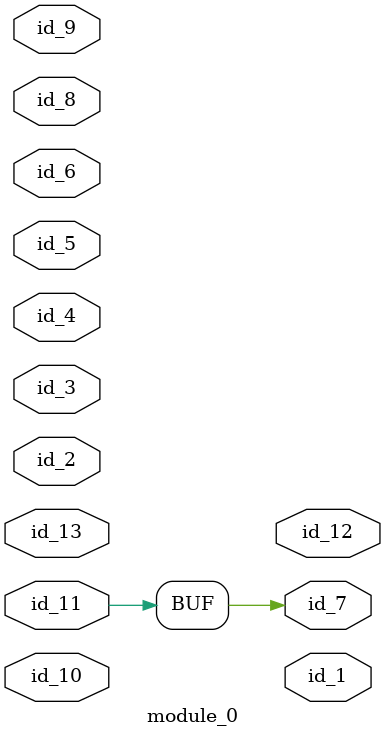
<source format=v>
module module_0 (
    id_1,
    id_2,
    id_3,
    id_4,
    id_5,
    id_6,
    id_7,
    id_8,
    id_9,
    id_10,
    id_11,
    id_12,
    id_13
);
  input id_13;
  output id_12;
  inout id_11;
  inout id_10;
  inout id_9;
  input id_8;
  output id_7;
  inout id_6;
  input id_5;
  input id_4;
  inout id_3;
  inout id_2;
  output id_1;
  assign id_7 = id_11;
endmodule

</source>
